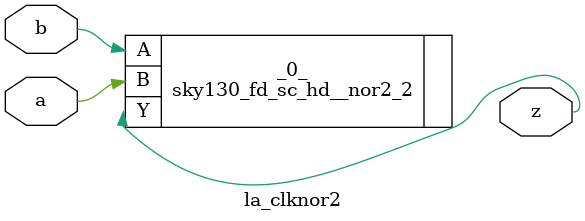
<source format=v>

module la_clknor2(a, b, z);
  input a;
  input b;
  output z;
  sky130_fd_sc_hd__nor2_2 _0_ (
    .A(b),
    .B(a),
    .Y(z)
  );
endmodule

</source>
